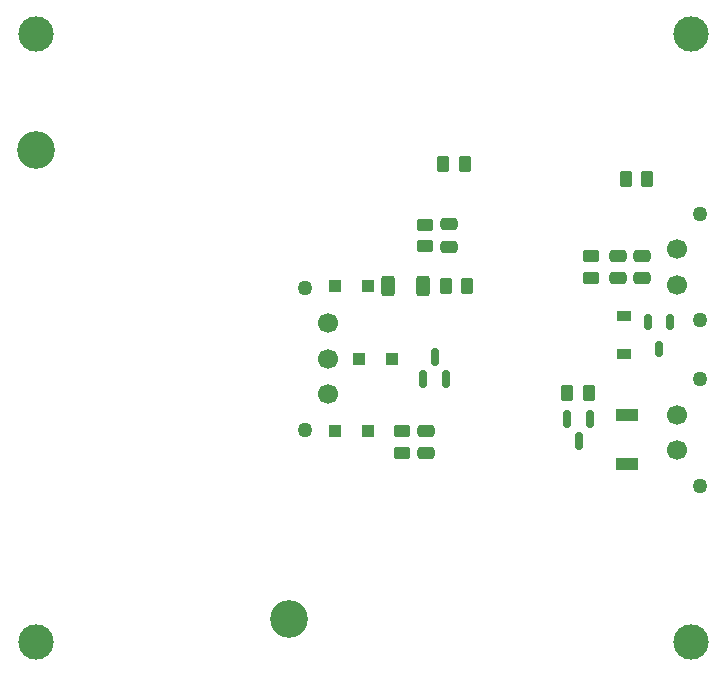
<source format=gbs>
%TF.GenerationSoftware,KiCad,Pcbnew,8.0.5*%
%TF.CreationDate,2024-11-25T00:57:53-06:00*%
%TF.ProjectId,ActivePrecharge,41637469-7665-4507-9265-636861726765,rev?*%
%TF.SameCoordinates,Original*%
%TF.FileFunction,Soldermask,Bot*%
%TF.FilePolarity,Negative*%
%FSLAX46Y46*%
G04 Gerber Fmt 4.6, Leading zero omitted, Abs format (unit mm)*
G04 Created by KiCad (PCBNEW 8.0.5) date 2024-11-25 00:57:53*
%MOMM*%
%LPD*%
G01*
G04 APERTURE LIST*
G04 Aperture macros list*
%AMRoundRect*
0 Rectangle with rounded corners*
0 $1 Rounding radius*
0 $2 $3 $4 $5 $6 $7 $8 $9 X,Y pos of 4 corners*
0 Add a 4 corners polygon primitive as box body*
4,1,4,$2,$3,$4,$5,$6,$7,$8,$9,$2,$3,0*
0 Add four circle primitives for the rounded corners*
1,1,$1+$1,$2,$3*
1,1,$1+$1,$4,$5*
1,1,$1+$1,$6,$7*
1,1,$1+$1,$8,$9*
0 Add four rect primitives between the rounded corners*
20,1,$1+$1,$2,$3,$4,$5,0*
20,1,$1+$1,$4,$5,$6,$7,0*
20,1,$1+$1,$6,$7,$8,$9,0*
20,1,$1+$1,$8,$9,$2,$3,0*%
G04 Aperture macros list end*
%ADD10RoundRect,0.150000X-0.150000X0.512500X-0.150000X-0.512500X0.150000X-0.512500X0.150000X0.512500X0*%
%ADD11C,1.270000*%
%ADD12C,1.700000*%
%ADD13C,3.000000*%
%ADD14C,3.200000*%
%ADD15RoundRect,0.150000X-0.150000X0.587500X-0.150000X-0.587500X0.150000X-0.587500X0.150000X0.587500X0*%
%ADD16RoundRect,0.150000X0.150000X-0.587500X0.150000X0.587500X-0.150000X0.587500X-0.150000X-0.587500X0*%
%ADD17RoundRect,0.250000X0.450000X-0.262500X0.450000X0.262500X-0.450000X0.262500X-0.450000X-0.262500X0*%
%ADD18RoundRect,0.250000X-0.312500X-0.625000X0.312500X-0.625000X0.312500X0.625000X-0.312500X0.625000X0*%
%ADD19R,1.220000X0.910000*%
%ADD20RoundRect,0.250000X0.300000X0.300000X-0.300000X0.300000X-0.300000X-0.300000X0.300000X-0.300000X0*%
%ADD21RoundRect,0.250000X0.475000X-0.250000X0.475000X0.250000X-0.475000X0.250000X-0.475000X-0.250000X0*%
%ADD22RoundRect,0.250000X-0.475000X0.250000X-0.475000X-0.250000X0.475000X-0.250000X0.475000X0.250000X0*%
%ADD23R,1.890000X1.140000*%
%ADD24RoundRect,0.250000X-0.262500X-0.450000X0.262500X-0.450000X0.262500X0.450000X-0.262500X0.450000X0*%
%ADD25RoundRect,0.250000X0.262500X0.450000X-0.262500X0.450000X-0.262500X-0.450000X0.262500X-0.450000X0*%
%ADD26RoundRect,0.250000X-0.450000X0.262500X-0.450000X-0.262500X0.450000X-0.262500X0.450000X0.262500X0*%
%ADD27RoundRect,0.250000X-0.300000X-0.300000X0.300000X-0.300000X0.300000X0.300000X-0.300000X0.300000X0*%
G04 APERTURE END LIST*
D10*
%TO.C,Q4*%
X137300000Y-96862500D03*
X139200000Y-96862500D03*
X138250000Y-99137500D03*
%TD*%
D11*
%TO.C,J3*%
X141760000Y-101750000D03*
X141760000Y-110750000D03*
D12*
X139800000Y-104750000D03*
X139800000Y-107750000D03*
%TD*%
D13*
%TO.C,H3*%
X85520000Y-124000000D03*
%TD*%
D14*
%TO.C,RH2*%
X106960000Y-122010000D03*
%TD*%
D13*
%TO.C,H2*%
X141000000Y-124000000D03*
%TD*%
D14*
%TO.C,RH1*%
X85520000Y-82340000D03*
%TD*%
D13*
%TO.C,H4*%
X85520000Y-72500000D03*
%TD*%
%TO.C,H1*%
X141000000Y-72500000D03*
%TD*%
D11*
%TO.C,J1*%
X108307500Y-106012500D03*
X108307500Y-94012500D03*
D12*
X110267500Y-103012500D03*
X110267500Y-100012500D03*
X110267500Y-97012500D03*
%TD*%
D11*
%TO.C,J2*%
X141760000Y-87750000D03*
X141760000Y-96750000D03*
D12*
X139800000Y-90750000D03*
X139800000Y-93750000D03*
%TD*%
D15*
%TO.C,Q3*%
X130500000Y-105062500D03*
X132400000Y-105062500D03*
X131450000Y-106937500D03*
%TD*%
D16*
%TO.C,Q1*%
X119250000Y-99812500D03*
X118300000Y-101687500D03*
X120200000Y-101687500D03*
%TD*%
D17*
%TO.C,R2*%
X118475000Y-88637500D03*
X118475000Y-90462500D03*
%TD*%
D18*
%TO.C,R6*%
X115347500Y-93860000D03*
X118272500Y-93860000D03*
%TD*%
D19*
%TO.C,D4*%
X135250000Y-99635000D03*
X135250000Y-96365000D03*
%TD*%
D20*
%TO.C,D3*%
X113587500Y-106112500D03*
X110787500Y-106112500D03*
%TD*%
D21*
%TO.C,C4*%
X136840000Y-93200000D03*
X136840000Y-91300000D03*
%TD*%
%TO.C,C1*%
X120500000Y-88600000D03*
X120500000Y-90500000D03*
%TD*%
D22*
%TO.C,C2*%
X118487500Y-106112500D03*
X118487500Y-108012500D03*
%TD*%
D23*
%TO.C,D5*%
X135550000Y-104750000D03*
X135550000Y-108950000D03*
%TD*%
D21*
%TO.C,C3*%
X134750000Y-93200000D03*
X134750000Y-91300000D03*
%TD*%
D24*
%TO.C,R11*%
X130487500Y-102937500D03*
X132312500Y-102937500D03*
%TD*%
D25*
%TO.C,R7*%
X122012500Y-93875000D03*
X120187500Y-93875000D03*
%TD*%
D24*
%TO.C,R13*%
X135425000Y-84750000D03*
X137250000Y-84750000D03*
%TD*%
D20*
%TO.C,D2*%
X113587500Y-93862500D03*
X110787500Y-93862500D03*
%TD*%
D25*
%TO.C,R9*%
X121802500Y-83550000D03*
X119977500Y-83550000D03*
%TD*%
D26*
%TO.C,R4*%
X116487500Y-106150000D03*
X116487500Y-107975000D03*
%TD*%
%TO.C,R10*%
X132500000Y-91337500D03*
X132500000Y-93162500D03*
%TD*%
D27*
%TO.C,D1*%
X112837500Y-100000000D03*
X115637500Y-100000000D03*
%TD*%
M02*

</source>
